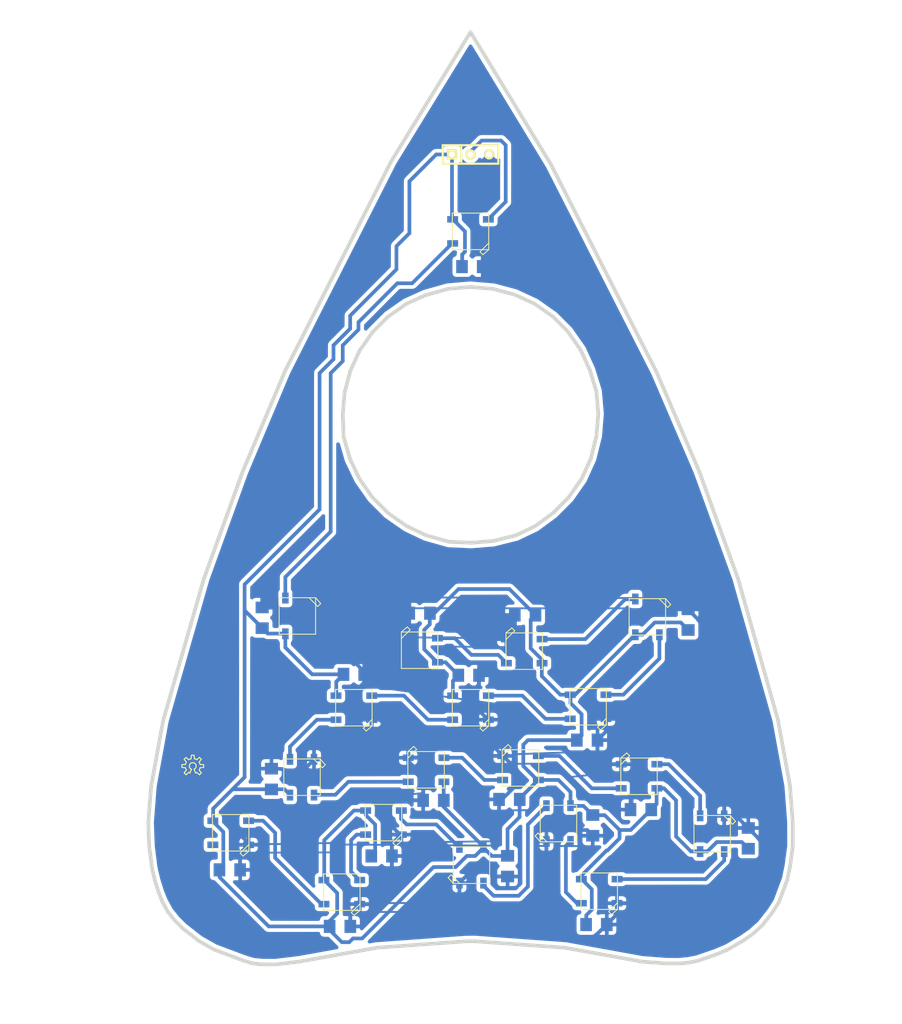
<source format=kicad_pcb>
(kicad_pcb (version 4) (host json2kicad_pcb "2021-05-04 13:10:14")
  (title_block (date "30 dec 2015"))
  (layers (0 B.Cu signal) (1 Inner1.Cu signal) (2 Inner2.Cu signal) (15 F.Cu signal) (20 B.SilkS user) (21 F.SilkS user) (22 B.Paste user) (23 F.Paste user) (28 Edge.Cuts user) (31 B.Cu signal) (34 B.Paste user) (35 F.Paste user) (36 B.SilkS user) (37 F.SilkS user) (38 B.Mask user) (39 F.Mask user) (44 Edge.Cuts user))
  (net 0 "")
  (net 1 "N-00001")
  (net 2 "N-00002")
  (net 3 "N-00003")
  (net 4 "N-00004")
  (net 5 "N-00005")
  (net 6 "N-00006")
  (net 7 "N-00007")
  (net 8 "N-00008")
  (net 9 "N-00009")
  (net 10 "N-00010")
  (net 11 "N-00011")
  (net 12 "N-00012")
  (net 13 "N-00013")
  (net 14 "N-00014")
  (net 15 "N-00015")
  (net 16 "N-00016")
  (net 17 "N-00017")
  (net 18 "N-00018")
  (net 19 "N-00019")
  (net 20 "N-00020")
  (net 21 "N-00021")
  (net 22 "N-00022")
  (net 23 "N-00023")
  (net 24 "N-00024")
  (net 25 "N-00025")
  (net 26 "N-00026")
  (net 27 "N-00027")
  (net 28 "N-00028")
  (net 29 "N-00029")
  (net 30 "N-00030")
  (net 31 "N-00031")
  (net 32 "N-00032")
  (net 33 "N-00033")
  (net 34 "N-00034")
  (net 35 "N-00035")
  (net 36 "N-00036")
  (net 37 "N-00037")
  (net 38 "N-00038")
  (net 39 "N-00039")
  (net 40 "N-00040")
  (net 41 "N-00041")
  (net 42 "N-00042")
  (net 43 "N-00043")
  (net 44 "N-00044")
  (net 45 "N-00045")
  (net 46 "N-00046")
  (net 47 "N-00047")
  (net 48 "N-00048")
  (net 49 "N-00049")
  (net 50 "N-00050")
  (net 51 "N-00051")
  (net 52 "N-00052")
  (net 53 "N-00053")
  (net 54 "N-00054")
  (net 55 "N-00055")
  (net 56 "N-00056")
  (net 57 "N-00057")
  (net 58 "N-00058")
  (net 59 "N-00059")
  (net 60 "N-00060")
  (net 61 "N-00061")
  (net 62 "N-00062")
  (net 63 "N-00063")
  (net 64 "N-00064")
  (net 65 "N-00065")
  (net 66 "N-00066")
  (net 67 "N-00067")
  (net 68 "N-00068")
  (net 69 "N-00069")
  (net 70 "N-00070")
  (net 71 "N-00071")
  (net 72 "N-00072")
  (net 73 "N-00073")
  (net 74 "N-00074")
  (net 75 "N-00075")
  (net 76 "N-00076")
  (net 77 "N-00077")
  (net 78 "N-00078")
  (net 79 "N-00079")
  (net 80 "N-00080")
  (net 81 "N-00081")
  (net 82 "N-00082")
  (net 83 "N-00083")
  (net 84 "N-00084")
  (net 85 "N-00085")
  (net 86 "N-00086")
  (net 87 "N-00087")
  (net 88 "N-00088")
  (net 89 "N-00089")
  (net 90 "N-00090")
  (net 91 "N-00091")
  (net 92 "N-00092")
  (net 93 "N-00093")
  (net 94 "N-00094")
  (net 95 "N-00095")
  (net 96 "N-00096")
  (net 97 "N-00097")
  (net 98 "N-00098")
  (net 99 "N-00099")
  (net 100 "N-00100")
  (net 101 "N-00101")
  (net 102 "N-00102")
  (net 103 "N-00103")
  (net 104 "N-00104")
  (net 105 "N-00105")
  (net 106 "N-00106")
  (net 107 "N-00107")
  (net 108 "N-00108")
  (net 109 "N-00109")
  (net 110 "N-00110")
  (net 111 "N-00111")
  (net 112 "N-00112")
  (net 113 "N-00113")
  (net 114 "N-00114")
  (net 115 "N-00115")
  (net 116 "N-00116")
  (net 117 "N-00117")
  (net 118 "N-00118")
  (net 119 "N-00119")
  (net 120 "N-00120")
  (net 121 "N-00121")
  (net 122 "N-00122")
  (net 123 "N-00123")
  (net 124 "N-00124")
  (net 125 "N-00125")
  (net 126 "N-00126")
  (net 127 "N-00127")
  (net 128 "N-00128")
  (net 129 "N-00129")
  (net 130 "N-00130")
  (net 131 "N-00131")
  (net 132 "N-00132")
  (net 133 "N-00133")
  (net 134 "N-00134")
  (net 135 "N-00135")
  (net 136 "N-00136")
  (net 137 "N-00137")
  (net 138 "N-00138")
  (net 139 "N-00139")
  (net 140 "N-00140")
  (net 141 "N-00141")
  (net 142 "N-00142")
  (net 143 "N-00143")
  (net 144 "N-00144")
  (net 145 "N-00145")
  (net 146 "N-00146")
  (net 147 "N-00147")
  (net 148 "N-00148")
  (net 149 "N-00149")
  (net 150 "N-00150")
  (net 151 "N-00151")
  (net 152 "N-00152")
  (net 153 "N-00153")
  (net 154 "N-00154")
  (net 155 "N-00155")
  (net 156 "N-00156")
  (net 157 "N-00157")
  (net 158 "N-00158")
  (net 201 "N-00201")
  (net 160 "N-00160")
  (net 161 "N-00161")
  (net 196 "N-00196")
  (net 192 "N-00192")
  (net 164 "N-00164")
  (net 165 "N-00165")
  (net 213 "N-00213")
  (net 202 "N-00202")
  (net 168 "N-00168")
  (net 231 "N-00231")
  (net 235 "N-00235")
  (net 212 "N-00212")
  (net 172 "N-00172")
  (net 232 "N-00232")
  (net 234 "N-00234")
  (net 197 "N-00197")
  (net 176 "N-00176")
  (net 238 "N-00238")
  (net 199 "N-00199")
  (net 193 "N-00193")
  (net 180 "N-00180")
  (net 237 "N-00237")
  (net 224 "N-00224")
  (net 236 "N-00236")
  (net 184 "N-00184")
  (net 233 "N-00233")
  (net 209 "N-00209")
  (net 200 "N-00200")
  (net 188 "N-00188")
  (net 239 "N-00239")
  (net 240 "N-00240")
  (net 241 "N-00241")
  (net 242 "N-00242")
  (net 243 "N-00243")
  (net 244 "N-00244")
  (net 245 "N-00245")
  (net 246 "N-00246")
  (net 247 "N-00247")
  (net 248 "N-00248")
  (net 249 "N-00249")
  (net 250 "N-00250")
  (net 251 "N-00251")
  (net 252 "N-00252")
  (net 253 "N-00253")
  (net 254 "N-00254")
  (net 315 "N-00315")
  (net 303 "N-00303")
  (net 290 "N-00290")
  (net 320 "N-00320")
  (net 302 "N-00302")
  (net 318 "N-00318")
  (net 317 "N-00317")
  (net 299 "N-00299")
  (net 294 "N-00294")
  (net 322 "N-00322")
  (net 316 "N-00316")
  (net 311 "N-00311")
  (module "SIL-3" (layer "F.Cu") (at -66.548 -79.248 0.00)
    (fp_text reference "SIL-3" (at -2.54 0.0 0.00) (layer F.SilkS) (effects (font (size 1.07696 0.0) (thickness 0.0))))
    (fp_text value "Val**" (at -2.54 0.0 0.00) (layer F.SilkS) (effects (font (size 1.016 0.0) (thickness 0.0))))
    (pad 1 thru_hole rect (at -2.54 0.0 0.00) (size 1.397 1.397) (drill 0.8128) (layers "B.Cu" "Inner1.Cu" "Inner2.Cu" "F.Cu" "F.SilkS" "B.Paste" "F.Paste") (net 155 N-00155))
    (pad 2 thru_hole circle (at 0.0 0.0 0.00) (size 1.397 1.397) (drill 0.8128) (layers "B.Cu" "Inner1.Cu" "Inner2.Cu" "F.Cu" "F.SilkS" "B.Paste" "F.Paste") (net 157 N-00157))
    (pad 3 thru_hole circle (at 2.54 0.0 0.00) (size 1.397 1.397) (drill 0.8128) (layers "B.Cu" "Inner1.Cu" "Inner2.Cu" "F.Cu" "F.SilkS" "B.Paste" "F.Paste") (net 158 N-00158))
  )
  (module "meowWS2812B" (layer "F.Cu") (at -82.55 -3.429 180.00)
    (fp_text reference "d_lmeye")
    (fp_text value "val**")
    (pad 1-VDD smd rect (at 2.44856 1.64846 0.00) (size 1.4986 0.89916) (drill 0.0) (layers "F.Cu" "F.Paste") (net 155 N-00155))
    (pad 2-DOUT smd rect (at 2.44856 -1.64846 0.00) (size 1.4986 0.89916) (drill 0.0) (layers "F.Cu" "F.Paste") (net 184 N-00184))
    (pad 4-DIN smd rect (at -2.44856 1.64846 0.00) (size 1.4986 0.89916) (drill 0.0) (layers "F.Cu" "F.Paste") (net 172 N-00172))
    (pad 3-GND smd rect (at -2.44856 -1.64846 0.00) (size 1.4986 0.89916) (drill 0.0) (layers "F.Cu" "F.Paste") (net 158 N-00158))
  )
  (module "meowWS2812B" (layer "F.Cu") (at -66.548 -68.707 -180.00)
    (fp_text reference "d_moon")
    (fp_text value "val**")
    (pad 1-VDD smd rect (at 2.44856 1.64846 0.00) (size 1.4986 0.89916) (drill 0.0) (layers "F.Cu" "F.Paste") (net 155 N-00155))
    (pad 2-DOUT smd rect (at 2.44856 -1.64846 0.00) (size 1.4986 0.89916) (drill 0.0) (layers "F.Cu" "F.Paste") (net 156 N-00156))
    (pad 4-DIN smd rect (at -2.44856 1.64846 0.00) (size 1.4986 0.89916) (drill 0.0) (layers "F.Cu" "F.Paste") (net 157 N-00157))
    (pad 3-GND smd rect (at -2.44856 -1.64846 0.00) (size 1.4986 0.89916) (drill 0.0) (layers "F.Cu" "F.Paste") (net 158 N-00158))
  )
  (module "meowWS2812B" (layer "F.Cu") (at -42.291 -15.875 -90.00)
    (fp_text reference "d_rstar")
    (fp_text value "val**")
    (pad 1-VDD smd rect (at 2.44856 1.64846 90.00) (size 1.4986 0.89916) (drill 0.0) (layers "F.Cu" "F.Paste") (net 155 N-00155))
    (pad 2-DOUT smd rect (at 2.44856 -1.64846 90.00) (size 1.4986 0.89916) (drill 0.0) (layers "F.Cu" "F.Paste") (net 160 N-00160))
    (pad 4-DIN smd rect (at -2.44856 1.64846 90.00) (size 1.4986 0.89916) (drill 0.0) (layers "F.Cu" "F.Paste") (net 161 N-00161))
    (pad 3-GND smd rect (at -2.44856 -1.64846 90.00) (size 1.4986 0.89916) (drill 0.0) (layers "F.Cu" "F.Paste") (net 158 N-00158))
  )
  (module "meowWS2812B" (layer "F.Cu") (at -43.434 5.969 0.00)
    (fp_text reference "d_rrtray")
    (fp_text value "val**")
    (pad 1-VDD smd rect (at 2.44856 1.64846 180.00) (size 1.4986 0.89916) (drill 0.0) (layers "F.Cu" "F.Paste") (net 155 N-00155))
    (pad 2-DOUT smd rect (at 2.44856 -1.64846 180.00) (size 1.4986 0.89916) (drill 0.0) (layers "F.Cu" "F.Paste") (net 164 N-00164))
    (pad 4-DIN smd rect (at -2.44856 1.64846 180.00) (size 1.4986 0.89916) (drill 0.0) (layers "F.Cu" "F.Paste") (net 165 N-00165))
    (pad 3-GND smd rect (at -2.44856 -1.64846 180.00) (size 1.4986 0.89916) (drill 0.0) (layers "F.Cu" "F.Paste") (net 158 N-00158))
  )
  (module "meowWS2812B" (layer "F.Cu") (at -50.419 -3.556 180.00)
    (fp_text reference "d_rmeye")
    (fp_text value "val**")
    (pad 1-VDD smd rect (at 2.44856 1.64846 0.00) (size 1.4986 0.89916) (drill 0.0) (layers "F.Cu" "F.Paste") (net 155 N-00155))
    (pad 2-DOUT smd rect (at 2.44856 -1.64846 0.00) (size 1.4986 0.89916) (drill 0.0) (layers "F.Cu" "F.Paste") (net 168 N-00168))
    (pad 4-DIN smd rect (at -2.44856 1.64846 0.00) (size 1.4986 0.89916) (drill 0.0) (layers "F.Cu" "F.Paste") (net 160 N-00160))
    (pad 3-GND smd rect (at -2.44856 -1.64846 0.00) (size 1.4986 0.89916) (drill 0.0) (layers "F.Cu" "F.Paste") (net 158 N-00158))
  )
  (module "meowWS2812B" (layer "F.Cu") (at -99.441 13.716 180.00)
    (fp_text reference "d_llbray")
    (fp_text value "val**")
    (pad 1-VDD smd rect (at 2.44856 1.64846 0.00) (size 1.4986 0.89916) (drill 0.0) (layers "F.Cu" "F.Paste") (net 155 N-00155))
    (pad 2-DOUT smd rect (at 2.44856 -1.64846 0.00) (size 1.4986 0.89916) (drill 0.0) (layers "F.Cu" "F.Paste") (net 212 N-00212))
    (pad 4-DIN smd rect (at -2.44856 1.64846 0.00) (size 1.4986 0.89916) (drill 0.0) (layers "F.Cu" "F.Paste") (net 213 N-00213))
    (pad 3-GND smd rect (at -2.44856 -1.64846 0.00) (size 1.4986 0.89916) (drill 0.0) (layers "F.Cu" "F.Paste") (net 158 N-00158))
  )
  (module "meowWS2812B" (layer "F.Cu") (at -66.548 -3.429 180.00)
    (fp_text reference "d_ceye")
    (fp_text value "val**")
    (pad 1-VDD smd rect (at 2.44856 1.64846 0.00) (size 1.4986 0.89916) (drill 0.0) (layers "F.Cu" "F.Paste") (net 155 N-00155))
    (pad 2-DOUT smd rect (at 2.44856 -1.64846 0.00) (size 1.4986 0.89916) (drill 0.0) (layers "F.Cu" "F.Paste") (net 172 N-00172))
    (pad 4-DIN smd rect (at -2.44856 1.64846 0.00) (size 1.4986 0.89916) (drill 0.0) (layers "F.Cu" "F.Paste") (net 168 N-00168))
    (pad 3-GND smd rect (at -2.44856 -1.64846 0.00) (size 1.4986 0.89916) (drill 0.0) (layers "F.Cu" "F.Paste") (net 158 N-00158))
  )
  (module "meowWS2812B" (layer "F.Cu") (at -59.69 4.826 0.00)
    (fp_text reference "d_rbeye")
    (fp_text value "val**")
    (pad 1-VDD smd rect (at 2.44856 1.64846 180.00) (size 1.4986 0.89916) (drill 0.0) (layers "F.Cu" "F.Paste") (net 155 N-00155))
    (pad 2-DOUT smd rect (at 2.44856 -1.64846 180.00) (size 1.4986 0.89916) (drill 0.0) (layers "F.Cu" "F.Paste") (net 165 N-00165))
    (pad 4-DIN smd rect (at -2.44856 1.64846 180.00) (size 1.4986 0.89916) (drill 0.0) (layers "F.Cu" "F.Paste") (net 209 N-00209))
    (pad 3-GND smd rect (at -2.44856 -1.64846 180.00) (size 1.4986 0.89916) (drill 0.0) (layers "F.Cu" "F.Paste") (net 158 N-00158))
  )
  (module "meowWS2812B" (layer "F.Cu") (at -66.421 18.161 90.00)
    (fp_text reference "d_cray")
    (fp_text value "val**")
    (pad 1-VDD smd rect (at 2.44856 1.64846 -90.00) (size 1.4986 0.89916) (drill 0.0) (layers "F.Cu" "F.Paste") (net 155 N-00155))
    (pad 2-DOUT smd rect (at 2.44856 -1.64846 -90.00) (size 1.4986 0.89916) (drill 0.0) (layers "F.Cu" "F.Paste") (net 193 N-00193))
    (pad 4-DIN smd rect (at -2.44856 1.64846 -90.00) (size 1.4986 0.89916) (drill 0.0) (layers "F.Cu" "F.Paste") (net 196 N-00196))
    (pad 3-GND smd rect (at -2.44856 -1.64846 -90.00) (size 1.4986 0.89916) (drill 0.0) (layers "F.Cu" "F.Paste") (net 158 N-00158))
  )
  (gr_line (start -97.79 -35.814) (end -91.948 -49.657) (angle 51566.20) (width 0.508) (layer Edge.Cuts))
  (module "meowWS2812B" (layer "F.Cu") (at -54.483 12.446 90.00)
    (fp_text reference "d_rtray")
    (fp_text value "val**")
    (pad 1-VDD smd rect (at 2.44856 1.64846 -90.00) (size 1.4986 0.89916) (drill 0.0) (layers "F.Cu" "F.Paste") (net 155 N-00155))
    (pad 2-DOUT smd rect (at 2.44856 -1.64846 -90.00) (size 1.4986 0.89916) (drill 0.0) (layers "F.Cu" "F.Paste") (net 196 N-00196))
    (pad 4-DIN smd rect (at -2.44856 1.64846 -90.00) (size 1.4986 0.89916) (drill 0.0) (layers "F.Cu" "F.Paste") (net 197 N-00197))
    (pad 3-GND smd rect (at -2.44856 -1.64846 -90.00) (size 1.4986 0.89916) (drill 0.0) (layers "F.Cu" "F.Paste") (net 158 N-00158))
  )
  (module "meowWS2812B" (layer "F.Cu") (at -78.486 12.319 180.00)
    (fp_text reference "d_ltray")
    (fp_text value "val**")
    (pad 1-VDD smd rect (at 2.44856 1.64846 0.00) (size 1.4986 0.89916) (drill 0.0) (layers "F.Cu" "F.Paste") (net 155 N-00155))
    (pad 2-DOUT smd rect (at 2.44856 -1.64846 0.00) (size 1.4986 0.89916) (drill 0.0) (layers "F.Cu" "F.Paste") (net 192 N-00192))
    (pad 4-DIN smd rect (at -2.44856 1.64846 0.00) (size 1.4986 0.89916) (drill 0.0) (layers "F.Cu" "F.Paste") (net 193 N-00193))
    (pad 3-GND smd rect (at -2.44856 -1.64846 0.00) (size 1.4986 0.89916) (drill 0.0) (layers "F.Cu" "F.Paste") (net 158 N-00158))
  )
  (module "meowWS2812B" (layer "F.Cu") (at -89.662 6.096 -90.00)
    (fp_text reference "d_lltray")
    (fp_text value "val**")
    (pad 1-VDD smd rect (at 2.44856 1.64846 90.00) (size 1.4986 0.89916) (drill 0.0) (layers "F.Cu" "F.Paste") (net 155 N-00155))
    (pad 2-DOUT smd rect (at 2.44856 -1.64846 90.00) (size 1.4986 0.89916) (drill 0.0) (layers "F.Cu" "F.Paste") (net 188 N-00188))
    (pad 4-DIN smd rect (at -2.44856 1.64846 90.00) (size 1.4986 0.89916) (drill 0.0) (layers "F.Cu" "F.Paste") (net 184 N-00184))
    (pad 3-GND smd rect (at -2.44856 -1.64846 90.00) (size 1.4986 0.89916) (drill 0.0) (layers "F.Cu" "F.Paste") (net 158 N-00158))
  )
  (module "meowWS2812B" (layer "F.Cu") (at -90.297 -16.002 -90.00)
    (fp_text reference "d_lstar")
    (fp_text value "val**")
    (pad 1-VDD smd rect (at 2.44856 1.64846 90.00) (size 1.4986 0.89916) (drill 0.0) (layers "F.Cu" "F.Paste") (net 155 N-00155))
    (pad 2-DOUT smd rect (at 2.44856 -1.64846 90.00) (size 1.4986 0.89916) (drill 0.0) (layers "F.Cu" "F.Paste") (net 180 N-00180))
    (pad 4-DIN smd rect (at -2.44856 1.64846 90.00) (size 1.4986 0.89916) (drill 0.0) (layers "F.Cu" "F.Paste") (net 156 N-00156))
    (pad 3-GND smd rect (at -2.44856 -1.64846 90.00) (size 1.4986 0.89916) (drill 0.0) (layers "F.Cu" "F.Paste") (net 158 N-00158))
  )
  (module "meowWS2812B" (layer "F.Cu") (at -33.401 13.843 -90.00)
    (fp_text reference "d_rrbray")
    (fp_text value "val**")
    (pad 1-VDD smd rect (at 2.44856 1.64846 90.00) (size 1.4986 0.89916) (drill 0.0) (layers "F.Cu" "F.Paste") (net 155 N-00155))
    (pad 2-DOUT smd rect (at 2.44856 -1.64846 90.00) (size 1.4986 0.89916) (drill 0.0) (layers "F.Cu" "F.Paste") (net 176 N-00176))
    (pad 4-DIN smd rect (at -2.44856 1.64846 90.00) (size 1.4986 0.89916) (drill 0.0) (layers "F.Cu" "F.Paste") (net 164 N-00164))
    (pad 3-GND smd rect (at -2.44856 -1.64846 90.00) (size 1.4986 0.89916) (drill 0.0) (layers "F.Cu" "F.Paste") (net 158 N-00158))
  )
  (module "meowWS2812B" (layer "F.Cu") (at -48.895 21.717 180.00)
    (fp_text reference "d_rbray")
    (fp_text value "val**")
    (pad 1-VDD smd rect (at 2.44856 1.64846 0.00) (size 1.4986 0.89916) (drill 0.0) (layers "F.Cu" "F.Paste") (net 155 N-00155))
    (pad 2-DOUT smd rect (at 2.44856 -1.64846 0.00) (size 1.4986 0.89916) (drill 0.0) (layers "F.Cu" "F.Paste") (net 197 N-00197))
    (pad 4-DIN smd rect (at -2.44856 1.64846 0.00) (size 1.4986 0.89916) (drill 0.0) (layers "F.Cu" "F.Paste") (net 176 N-00176))
    (pad 3-GND smd rect (at -2.44856 -1.64846 0.00) (size 1.4986 0.89916) (drill 0.0) (layers "F.Cu" "F.Paste") (net 158 N-00158))
  )
  (module "meowWS2812B" (layer "F.Cu") (at -84.201 21.844 180.00)
    (fp_text reference "d_lbray")
    (fp_text value "val**")
    (pad 1-VDD smd rect (at 2.44856 1.64846 0.00) (size 1.4986 0.89916) (drill 0.0) (layers "F.Cu" "F.Paste") (net 155 N-00155))
    (pad 2-DOUT smd rect (at 2.44856 -1.64846 0.00) (size 1.4986 0.89916) (drill 0.0) (layers "F.Cu" "F.Paste") (net 213 N-00213))
    (pad 4-DIN smd rect (at -2.44856 1.64846 0.00) (size 1.4986 0.89916) (drill 0.0) (layers "F.Cu" "F.Paste") (net 192 N-00192))
    (pad 3-GND smd rect (at -2.44856 -1.64846 0.00) (size 1.4986 0.89916) (drill 0.0) (layers "F.Cu" "F.Paste") (net 158 N-00158))
  )
  (gr_line (start -83.947 -40.513) (end -84.074 -43.561) (angle 51566.20) (width 0.508) (layer Edge.Cuts))
  (gr_line (start -83.058 -37.465) (end -83.947 -40.513) (angle 51566.20) (width 0.508) (layer Edge.Cuts))
  (gr_line (start -81.788 -34.798) (end -83.058 -37.465) (angle 51566.20) (width 0.508) (layer Edge.Cuts))
  (gr_line (start -80.01 -32.258) (end -81.788 -34.798) (angle 51566.20) (width 0.508) (layer Edge.Cuts))
  (gr_line (start -77.851 -30.099) (end -80.01 -32.258) (angle 51566.20) (width 0.508) (layer Edge.Cuts))
  (gr_line (start -75.311 -28.321) (end -77.851 -30.099) (angle 51566.20) (width 0.508) (layer Edge.Cuts))
  (gr_line (start -72.644 -27.051) (end -75.311 -28.321) (angle 51566.20) (width 0.508) (layer Edge.Cuts))
  (gr_line (start -69.469 -26.162) (end -72.644 -27.051) (angle 51566.20) (width 0.508) (layer Edge.Cuts))
  (gr_line (start -66.421 -26.035) (end -69.469 -26.162) (angle 51566.20) (width 0.508) (layer Edge.Cuts))
  (gr_line (start -63.373 -26.289) (end -66.421 -26.035) (angle 51566.20) (width 0.508) (layer Edge.Cuts))
  (gr_line (start -60.325 -27.051) (end -63.373 -26.289) (angle 51566.20) (width 0.508) (layer Edge.Cuts))
  (gr_line (start -57.658 -28.321) (end -60.325 -27.051) (angle 51566.20) (width 0.508) (layer Edge.Cuts))
  (gr_line (start -55.245 -30.099) (end -57.658 -28.321) (angle 51566.20) (width 0.508) (layer Edge.Cuts))
  (gr_line (start -53.086 -32.258) (end -55.245 -30.099) (angle 51566.20) (width 0.508) (layer Edge.Cuts))
  (gr_line (start -51.308 -34.798) (end -53.086 -32.258) (angle 51566.20) (width 0.508) (layer Edge.Cuts))
  (gr_line (start -50.038 -37.592) (end -51.308 -34.798) (angle 51566.20) (width 0.508) (layer Edge.Cuts))
  (gr_line (start -49.276 -40.64) (end -50.038 -37.592) (angle 51566.20) (width 0.508) (layer Edge.Cuts))
  (gr_line (start -49.022 -43.688) (end -49.276 -40.64) (angle 51566.20) (width 0.508) (layer Edge.Cuts))
  (gr_line (start -49.276 -46.736) (end -49.022 -43.688) (angle 51566.20) (width 0.508) (layer Edge.Cuts))
  (gr_line (start -50.165 -49.657) (end -49.276 -46.736) (angle 51566.20) (width 0.508) (layer Edge.Cuts))
  (gr_line (start -51.435 -52.451) (end -50.165 -49.657) (angle 51566.20) (width 0.508) (layer Edge.Cuts))
  (gr_line (start -53.213 -54.991) (end -51.435 -52.451) (angle 51566.20) (width 0.508) (layer Edge.Cuts))
  (gr_line (start -55.245 -57.023) (end -53.213 -54.991) (angle 51566.20) (width 0.508) (layer Edge.Cuts))
  (gr_line (start -57.785 -58.801) (end -55.245 -57.023) (angle 51566.20) (width 0.508) (layer Edge.Cuts))
  (gr_line (start -60.579 -60.071) (end -57.785 -58.801) (angle 51566.20) (width 0.508) (layer Edge.Cuts))
  (gr_line (start -63.5 -60.833) (end -60.579 -60.071) (angle 51566.20) (width 0.508) (layer Edge.Cuts))
  (module "meowWS2812B" (layer "F.Cu") (at -59.182 -11.176 0.00)
    (fp_text reference "d_rteye")
    (fp_text value "val**")
    (pad 1-VDD smd rect (at 2.44856 1.64846 180.00) (size 1.4986 0.89916) (drill 0.0) (layers "F.Cu" "F.Paste") (net 155 N-00155))
    (pad 2-DOUT smd rect (at 2.44856 -1.64846 180.00) (size 1.4986 0.89916) (drill 0.0) (layers "F.Cu" "F.Paste") (net 161 N-00161))
    (pad 4-DIN smd rect (at -2.44856 1.64846 180.00) (size 1.4986 0.89916) (drill 0.0) (layers "F.Cu" "F.Paste") (net 224 N-00224))
    (pad 3-GND smd rect (at -2.44856 -1.64846 180.00) (size 1.4986 0.89916) (drill 0.0) (layers "F.Cu" "F.Paste") (net 158 N-00158))
  )
  (module "meowWS2812B" (layer "F.Cu") (at -72.644 5.08 0.00)
    (fp_text reference "d_lbeye")
    (fp_text value "val**")
    (pad 1-VDD smd rect (at 2.44856 1.64846 180.00) (size 1.4986 0.89916) (drill 0.0) (layers "F.Cu" "F.Paste") (net 155 N-00155))
    (pad 2-DOUT smd rect (at 2.44856 -1.64846 180.00) (size 1.4986 0.89916) (drill 0.0) (layers "F.Cu" "F.Paste") (net 209 N-00209))
    (pad 4-DIN smd rect (at -2.44856 1.64846 180.00) (size 1.4986 0.89916) (drill 0.0) (layers "F.Cu" "F.Paste") (net 188 N-00188))
    (pad 3-GND smd rect (at -2.44856 -1.64846 180.00) (size 1.4986 0.89916) (drill 0.0) (layers "F.Cu" "F.Paste") (net 158 N-00158))
  )
  (segment (start -67.31 -68.707) (end -68.961 -70.358) (width 0.508) (layer F.Cu) (net 155))
  (gr_line (start -84.074 -43.561) (end -83.82 -46.609) (angle 51566.20) (width 0.508) (layer Edge.Cuts))
  (gr_line (start -83.82 -46.609) (end -83.058 -49.53) (angle 51566.20) (width 0.508) (layer Edge.Cuts))
  (gr_line (start -83.058 -49.53) (end -81.788 -52.324) (angle 51566.20) (width 0.508) (layer Edge.Cuts))
  (gr_line (start -81.788 -52.324) (end -80.01 -54.864) (angle 51566.20) (width 0.508) (layer Edge.Cuts))
  (gr_line (start -80.01 -54.864) (end -77.851 -57.023) (angle 51566.20) (width 0.508) (layer Edge.Cuts))
  (gr_line (start -77.851 -57.023) (end -75.311 -58.801) (angle 51566.20) (width 0.508) (layer Edge.Cuts))
  (gr_line (start -75.311 -58.801) (end -72.771 -59.944) (angle 51566.20) (width 0.508) (layer Edge.Cuts))
  (gr_line (start -72.771 -59.944) (end -69.596 -60.833) (angle 51566.20) (width 0.508) (layer Edge.Cuts))
  (gr_line (start -69.596 -60.833) (end -66.548 -61.087) (angle 51566.20) (width 0.508) (layer Edge.Cuts))
  (gr_line (start -66.548 -61.087) (end -63.5 -60.833) (angle 51566.20) (width 0.508) (layer Edge.Cuts))
  (gr_line (start -91.948 -49.657) (end -77.47 -78.232) (angle 51566.20) (width 0.508) (layer Edge.Cuts))
  (gr_line (start -77.47 -78.232) (end -66.548 -96.012) (angle 51566.20) (width 0.508) (layer Edge.Cuts))
  (gr_line (start -66.548 -96.012) (end -55.499 -77.851) (angle 51566.20) (width 0.508) (layer Edge.Cuts))
  (gr_line (start -55.499 -77.851) (end -41.021 -49.403) (angle 51566.20) (width 0.508) (layer Edge.Cuts))
  (gr_line (start -41.021 -49.403) (end -35.179 -35.814) (angle 51566.20) (width 0.508) (layer Edge.Cuts))
  (gr_line (start -35.179 -35.814) (end -29.845 -21.082) (angle 51566.20) (width 0.508) (layer Edge.Cuts))
  (gr_line (start -29.845 -21.082) (end -24.384 -1.778) (angle 51566.20) (width 0.508) (layer Edge.Cuts))
  (gr_line (start -24.384 -1.778) (end -22.733 7.239) (angle 51566.20) (width 0.508) (layer Edge.Cuts))
  (gr_line (start -22.733 7.239) (end -22.352 12.319) (angle 51566.20) (width 0.508) (layer Edge.Cuts))
  (gr_line (start -22.352 12.319) (end -22.352 15.621) (angle 51566.20) (width 0.508) (layer Edge.Cuts))
  (gr_line (start -22.352 15.621) (end -22.733 18.415) (angle 51566.20) (width 0.508) (layer Edge.Cuts))
  (gr_line (start -22.733 18.415) (end -23.114 20.193) (angle 51566.20) (width 0.508) (layer Edge.Cuts))
  (gr_line (start -23.114 20.193) (end -24.257 23.241) (angle 51566.20) (width 0.508) (layer Edge.Cuts))
  (gr_line (start -24.257 23.241) (end -25.146 24.638) (angle 51566.20) (width 0.508) (layer Edge.Cuts))
  (gr_line (start -25.146 24.638) (end -26.543 26.416) (angle 51566.20) (width 0.508) (layer Edge.Cuts))
  (gr_line (start -26.543 26.416) (end -27.813 27.559) (angle 51566.20) (width 0.508) (layer Edge.Cuts))
  (gr_line (start -27.813 27.559) (end -29.083 28.448) (angle 51566.20) (width 0.508) (layer Edge.Cuts))
  (gr_line (start -29.083 28.448) (end -31.242 29.718) (angle 51566.20) (width 0.508) (layer Edge.Cuts))
  (gr_line (start -31.242 29.718) (end -32.766 30.353) (angle 51566.20) (width 0.508) (layer Edge.Cuts))
  (gr_line (start -32.766 30.353) (end -35.306 31.242) (angle 51566.20) (width 0.508) (layer Edge.Cuts))
  (gr_line (start -35.306 31.242) (end -36.576 31.496) (angle 51566.20) (width 0.508) (layer Edge.Cuts))
  (gr_line (start -36.576 31.496) (end -37.846 31.623) (angle 51566.20) (width 0.508) (layer Edge.Cuts))
  (gr_line (start -37.846 31.623) (end -39.751 31.623) (angle 51566.20) (width 0.508) (layer Edge.Cuts))
  (gr_line (start -39.751 31.623) (end -43.053 31.369) (angle 51566.20) (width 0.508) (layer Edge.Cuts))
  (gr_line (start -43.053 31.369) (end -53.594 29.464) (angle 51566.20) (width 0.508) (layer Edge.Cuts))
  (gr_line (start -53.594 29.464) (end -66.04 28.575) (angle 51566.20) (width 0.508) (layer Edge.Cuts))
  (gr_line (start -66.04 28.575) (end -67.056 28.575) (angle 51566.20) (width 0.508) (layer Edge.Cuts))
  (gr_line (start -67.056 28.575) (end -79.375 29.464) (angle 51566.20) (width 0.508) (layer Edge.Cuts))
  (gr_line (start -79.375 29.464) (end -90.043 31.369) (angle 51566.20) (width 0.508) (layer Edge.Cuts))
  (gr_line (start -90.043 31.369) (end -93.218 31.75) (angle 51566.20) (width 0.508) (layer Edge.Cuts))
  (gr_line (start -93.218 31.75) (end -95.123 31.75) (angle 51566.20) (width 0.508) (layer Edge.Cuts))
  (gr_line (start -95.123 31.75) (end -96.393 31.623) (angle 51566.20) (width 0.508) (layer Edge.Cuts))
  (gr_line (start -96.393 31.623) (end -97.663 31.242) (angle 51566.20) (width 0.508) (layer Edge.Cuts))
  (gr_line (start -97.663 31.242) (end -101.727 29.718) (angle 51566.20) (width 0.508) (layer Edge.Cuts))
  (gr_line (start -101.727 29.718) (end -103.759 28.575) (angle 51566.20) (width 0.508) (layer Edge.Cuts))
  (gr_line (start -103.759 28.575) (end -106.045 26.797) (angle 51566.20) (width 0.508) (layer Edge.Cuts))
  (gr_line (start -106.045 26.797) (end -107.188 25.654) (angle 51566.20) (width 0.508) (layer Edge.Cuts))
  (gr_line (start -107.188 25.654) (end -108.077 24.511) (angle 51566.20) (width 0.508) (layer Edge.Cuts))
  (gr_line (start -108.077 24.511) (end -108.839 23.114) (angle 51566.20) (width 0.508) (layer Edge.Cuts))
  (gr_line (start -108.839 23.114) (end -109.347 21.844) (angle 51566.20) (width 0.508) (layer Edge.Cuts))
  (gr_line (start -109.347 21.844) (end -109.855 20.193) (angle 51566.20) (width 0.508) (layer Edge.Cuts))
  (gr_line (start -109.855 20.193) (end -110.236 18.542) (angle 51566.20) (width 0.508) (layer Edge.Cuts))
  (gr_line (start -110.236 18.542) (end -110.617 15.621) (angle 51566.20) (width 0.508) (layer Edge.Cuts))
  (gr_line (start -110.617 15.621) (end -110.744 12.319) (angle 51566.20) (width 0.508) (layer Edge.Cuts))
  (gr_line (start -110.744 12.319) (end -110.363 7.366) (angle 51566.20) (width 0.508) (layer Edge.Cuts))
  (gr_line (start -110.363 7.366) (end -108.712 -1.651) (angle 51566.20) (width 0.508) (layer Edge.Cuts))
  (gr_line (start -108.712 -1.651) (end -103.124 -21.082) (angle 51566.20) (width 0.508) (layer Edge.Cuts))
  (gr_line (start -103.124 -21.082) (end -97.79 -35.814) (angle 51566.20) (width 0.508) (layer Edge.Cuts))
  (module "meowWS2812B" (layer "F.Cu") (at -73.533 -11.303 0.00)
    (fp_text reference "d_lteye")
    (fp_text value "val**")
    (pad 1-VDD smd rect (at 2.44856 1.64846 180.00) (size 1.4986 0.89916) (drill 0.0) (layers "F.Cu" "F.Paste") (net 155 N-00155))
    (pad 2-DOUT smd rect (at 2.44856 -1.64846 180.00) (size 1.4986 0.89916) (drill 0.0) (layers "F.Cu" "F.Paste") (net 224 N-00224))
    (pad 4-DIN smd rect (at -2.44856 1.64846 180.00) (size 1.4986 0.89916) (drill 0.0) (layers "F.Cu" "F.Paste") (net 180 N-00180))
    (pad 3-GND smd rect (at -2.44856 -1.64846 180.00) (size 1.4986 0.89916) (drill 0.0) (layers "F.Cu" "F.Paste") (net 158 N-00158))
  )
  (module "OSHW-LOGO-S" (layer "F.Cu") (at -104.648 4.572 0.00)
    (fp_text reference "ref**")
    (fp_text value "val**")
  )
  (segment (start -90.297 -12.446) (end -90.297 -16.764) (width 0.508) (layer F.Cu) (net 158))
  (segment (start -80.137 -1.778) (end -80.137 -1.651) (width 0.508) (layer F.Cu) (net 158))
  (module "C1206" (layer "F.Cu") (at -66.294 -63.881 0.00)
    (fp_text reference "c_moon")
    (fp_text value "C")
    (pad 2 smd rect (at 1.41986 0.0 0.00) (size 1.59766 1.80086) (drill 0.0) (layers "F.Cu" "F.Paste") (net 158 N-00158))
    (pad 1 smd rect (at -1.41986 0.0 0.00) (size 1.59766 1.80086) (drill 0.0) (layers "F.Cu" "F.Paste") (net 155 N-00155))
  )
  (module "C1206" (layer "F.Cu") (at -95.123 -15.748 90.00)
    (fp_text reference "c_lstar")
    (fp_text value "C")
    (pad 2 smd rect (at 1.41986 0.0 90.00) (size 1.59766 1.80086) (drill 0.0) (layers "F.Cu" "F.Paste") (net 158 N-00158))
    (pad 1 smd rect (at -1.41986 0.0 90.00) (size 1.59766 1.80086) (drill 0.0) (layers "F.Cu" "F.Paste") (net 155 N-00155))
  )
  (module "C1206" (layer "F.Cu") (at -73.533 -16.383 -180.00)
    (fp_text reference "c_lteye")
    (fp_text value "C")
    (pad 2 smd rect (at 1.41986 0.0 -180.00) (size 1.59766 1.80086) (drill 0.0) (layers "F.Cu" "F.Paste") (net 158 N-00158))
    (pad 1 smd rect (at -1.41986 0.0 -180.00) (size 1.59766 1.80086) (drill 0.0) (layers "F.Cu" "F.Paste") (net 155 N-00155))
  )
  (module "C1206" (layer "F.Cu") (at -59.055 -16.129 -180.00)
    (fp_text reference "c_rteye")
    (fp_text value "C")
    (pad 2 smd rect (at 1.41986 0.0 -180.00) (size 1.59766 1.80086) (drill 0.0) (layers "F.Cu" "F.Paste") (net 158 N-00158))
    (pad 1 smd rect (at -1.41986 0.0 -180.00) (size 1.59766 1.80086) (drill 0.0) (layers "F.Cu" "F.Paste") (net 155 N-00155))
  )
  (module "C1206" (layer "F.Cu") (at -36.703 -15.494 90.00)
    (fp_text reference "c_rstar")
    (fp_text value "C")
    (pad 2 smd rect (at 1.41986 0.0 90.00) (size 1.59766 1.80086) (drill 0.0) (layers "F.Cu" "F.Paste") (net 158 N-00158))
    (pad 1 smd rect (at -1.41986 0.0 90.00) (size 1.59766 1.80086) (drill 0.0) (layers "F.Cu" "F.Paste") (net 155 N-00155))
  )
  (module "C1206" (layer "F.Cu") (at -82.55 -8.001 0.00)
    (fp_text reference "c_lmeye")
    (fp_text value "C")
    (pad 2 smd rect (at 1.41986 0.0 0.00) (size 1.59766 1.80086) (drill 0.0) (layers "F.Cu" "F.Paste") (net 158 N-00158))
    (pad 1 smd rect (at -1.41986 0.0 0.00) (size 1.59766 1.80086) (drill 0.0) (layers "F.Cu" "F.Paste") (net 155 N-00155))
  )
  (module "C1206" (layer "F.Cu") (at -66.802 -7.874 0.00)
    (fp_text reference "c_ceye")
    (fp_text value "C")
    (pad 2 smd rect (at 1.41986 0.0 0.00) (size 1.59766 1.80086) (drill 0.0) (layers "F.Cu" "F.Paste") (net 158 N-00158))
    (pad 1 smd rect (at -1.41986 0.0 0.00) (size 1.59766 1.80086) (drill 0.0) (layers "F.Cu" "F.Paste") (net 155 N-00155))
  )
  (module "C1206" (layer "F.Cu") (at -50.546 1.016 0.00)
    (fp_text reference "c_rmeye")
    (fp_text value "C")
    (pad 2 smd rect (at 1.41986 0.0 0.00) (size 1.59766 1.80086) (drill 0.0) (layers "F.Cu" "F.Paste") (net 158 N-00158))
    (pad 1 smd rect (at -1.41986 0.0 0.00) (size 1.59766 1.80086) (drill 0.0) (layers "F.Cu" "F.Paste") (net 155 N-00155))
  )
  (module "C1206" (layer "F.Cu") (at -93.853 6.35 90.00)
    (fp_text reference "c_lltray")
    (fp_text value "C")
    (pad 2 smd rect (at 1.41986 0.0 90.00) (size 1.59766 1.80086) (drill 0.0) (layers "F.Cu" "F.Paste") (net 158 N-00158))
    (pad 1 smd rect (at -1.41986 0.0 90.00) (size 1.59766 1.80086) (drill 0.0) (layers "F.Cu" "F.Paste") (net 155 N-00155))
  )
  (module "C1206" (layer "F.Cu") (at -71.628 9.271 -180.00)
    (fp_text reference "c_lbeye")
    (fp_text value "C")
    (pad 2 smd rect (at 1.41986 0.0 -180.00) (size 1.59766 1.80086) (drill 0.0) (layers "F.Cu" "F.Paste") (net 158 N-00158))
    (pad 1 smd rect (at -1.41986 0.0 -180.00) (size 1.59766 1.80086) (drill 0.0) (layers "F.Cu" "F.Paste") (net 155 N-00155))
  )
  (module "C1206" (layer "F.Cu") (at -61.214 9.144 -180.00)
    (fp_text reference "c_rbeye")
    (fp_text value "C")
    (pad 2 smd rect (at 1.41986 0.0 -180.00) (size 1.59766 1.80086) (drill 0.0) (layers "F.Cu" "F.Paste") (net 158 N-00158))
    (pad 1 smd rect (at -1.41986 0.0 -180.00) (size 1.59766 1.80086) (drill 0.0) (layers "F.Cu" "F.Paste") (net 155 N-00155))
  )
  (module "C1206" (layer "F.Cu") (at -43.18 10.541 -180.00)
    (fp_text reference "c_rrtray")
    (fp_text value "C")
    (pad 2 smd rect (at 1.41986 0.0 -180.00) (size 1.59766 1.80086) (drill 0.0) (layers "F.Cu" "F.Paste") (net 158 N-00158))
    (pad 1 smd rect (at -1.41986 0.0 -180.00) (size 1.59766 1.80086) (drill 0.0) (layers "F.Cu" "F.Paste") (net 155 N-00155))
  )
  (module "C1206" (layer "F.Cu") (at -49.276 26.289 0.00)
    (fp_text reference "c_rrbray")
    (fp_text value "C")
    (pad 2 smd rect (at 1.41986 0.0 0.00) (size 1.59766 1.80086) (drill 0.0) (layers "F.Cu" "F.Paste") (net 158 N-00158))
    (pad 1 smd rect (at -1.41986 0.0 0.00) (size 1.59766 1.80086) (drill 0.0) (layers "F.Cu" "F.Paste") (net 155 N-00155))
  )
  (module "C1206" (layer "F.Cu") (at -28.448 14.478 90.00)
    (fp_text reference "c_rbray")
    (fp_text value "C")
    (pad 2 smd rect (at 1.41986 0.0 90.00) (size 1.59766 1.80086) (drill 0.0) (layers "F.Cu" "F.Paste") (net 158 N-00158))
    (pad 1 smd rect (at -1.41986 0.0 90.00) (size 1.59766 1.80086) (drill 0.0) (layers "F.Cu" "F.Paste") (net 155 N-00155))
  )
  (module "C1206" (layer "F.Cu") (at -49.784 12.7 -90.00)
    (fp_text reference "c_rtray")
    (fp_text value "C")
    (pad 2 smd rect (at 1.41986 0.0 -90.00) (size 1.59766 1.80086) (drill 0.0) (layers "F.Cu" "F.Paste") (net 158 N-00158))
    (pad 1 smd rect (at -1.41986 0.0 -90.00) (size 1.59766 1.80086) (drill 0.0) (layers "F.Cu" "F.Paste") (net 155 N-00155))
  )
  (module "C1206" (layer "F.Cu") (at -61.468 18.288 -90.00)
    (fp_text reference "c_cray")
    (fp_text value "C")
    (pad 2 smd rect (at 1.41986 0.0 -90.00) (size 1.59766 1.80086) (drill 0.0) (layers "F.Cu" "F.Paste") (net 158 N-00158))
    (pad 1 smd rect (at -1.41986 0.0 -90.00) (size 1.59766 1.80086) (drill 0.0) (layers "F.Cu" "F.Paste") (net 155 N-00155))
  )
  (module "C1206" (layer "F.Cu") (at -78.74 16.891 0.00)
    (fp_text reference "c_ltray")
    (fp_text value "C")
    (pad 2 smd rect (at 1.41986 0.0 0.00) (size 1.59766 1.80086) (drill 0.0) (layers "F.Cu" "F.Paste") (net 158 N-00158))
    (pad 1 smd rect (at -1.41986 0.0 0.00) (size 1.59766 1.80086) (drill 0.0) (layers "F.Cu" "F.Paste") (net 155 N-00155))
  )
  (module "C1206" (layer "F.Cu") (at -84.455 26.543 0.00)
    (fp_text reference "c_lbray")
    (fp_text value "C")
    (pad 2 smd rect (at 1.41986 0.0 0.00) (size 1.59766 1.80086) (drill 0.0) (layers "F.Cu" "F.Paste") (net 158 N-00158))
    (pad 1 smd rect (at -1.41986 0.0 0.00) (size 1.59766 1.80086) (drill 0.0) (layers "F.Cu" "F.Paste") (net 155 N-00155))
  )
  (module "C1206" (layer "F.Cu") (at -99.568 18.796 0.00)
    (fp_text reference "c_llbray")
    (fp_text value "C")
    (pad 2 smd rect (at 1.41986 0.0 0.00) (size 1.59766 1.80086) (drill 0.0) (layers "F.Cu" "F.Paste") (net 158 N-00158))
    (pad 1 smd rect (at -1.41986 0.0 0.00) (size 1.59766 1.80086) (drill 0.0) (layers "F.Cu" "F.Paste") (net 155 N-00155))
  )
  (segment (start -101.854 12.065) (end -101.854 12.192) (width 0.508) (layer F.Cu) (net 155))
  (segment (start -101.854 12.192) (end -100.457 13.589) (width 0.508) (layer F.Cu) (net 155))
  (segment (start -100.457 13.589) (end -100.457 18.288) (width 0.508) (layer F.Cu) (net 155))
  (segment (start -100.457 18.288) (end -100.965 18.796) (width 0.508) (layer F.Cu) (net 155))
  (segment (start -98.171 18.796) (end -98.171 16.51) (width 0.508) (layer F.Cu) (net 158))
  (segment (start -98.171 16.51) (end -97.028 15.367) (width 0.508) (layer F.Cu) (net 158))
  (segment (start -93.853 4.953) (end -92.456 4.953) (width 0.508) (layer F.Cu) (net 158))
  (segment (start -92.456 4.953) (end -91.948 5.461) (width 0.508) (layer F.Cu) (net 158))
  (segment (start -91.948 5.461) (end -89.789 5.461) (width 0.508) (layer F.Cu) (net 158))
  (segment (start -89.789 5.461) (end -88.011 3.683) (width 0.508) (layer F.Cu) (net 158))
  (segment (start -93.853 7.747) (end -92.075 7.747) (width 0.508) (layer F.Cu) (net 155))
  (segment (start -92.075 7.747) (end -91.313 8.509) (width 0.508) (layer F.Cu) (net 155))
  (segment (start -80.899 10.668) (end -80.899 11.303) (width 0.508) (layer F.Cu) (net 155))
  (segment (start -80.899 11.303) (end -79.629 12.573) (width 0.508) (layer F.Cu) (net 155))
  (segment (start -79.629 12.573) (end -79.629 16.383) (width 0.508) (layer F.Cu) (net 155))
  (segment (start -79.629 16.383) (end -80.137 16.891) (width 0.508) (layer F.Cu) (net 155))
  (segment (start -77.343 16.891) (end -77.343 15.24) (width 0.508) (layer F.Cu) (net 158))
  (segment (start -77.343 15.24) (end -76.073 13.97) (width 0.508) (layer F.Cu) (net 158))
  (segment (start -83.058 26.543) (end -83.058 24.765) (width 0.508) (layer F.Cu) (net 158))
  (segment (start -83.058 24.765) (end -81.788 23.495) (width 0.508) (layer F.Cu) (net 158))
  (segment (start -85.852 26.543) (end -85.852 25.781) (width 0.508) (layer F.Cu) (net 155))
  (segment (start -85.852 25.781) (end -84.836 24.765) (width 0.508) (layer F.Cu) (net 155))
  (segment (start -84.836 24.765) (end -84.836 21.971) (width 0.508) (layer F.Cu) (net 155))
  (segment (start -84.836 21.971) (end -86.614 20.193) (width 0.508) (layer F.Cu) (net 155))
  (segment (start -61.468 16.891) (end -63.627 16.891) (width 0.508) (layer F.Cu) (net 155))
  (segment (start -63.627 16.891) (end -64.77 15.748) (width 0.508) (layer F.Cu) (net 155))
  (segment (start -61.468 19.685) (end -63.246 19.685) (width 0.508) (layer F.Cu) (net 158))
  (segment (start -63.246 19.685) (end -64.008 18.923) (width 0.508) (layer F.Cu) (net 158))
  (segment (start -64.008 18.923) (end -66.421 18.923) (width 0.508) (layer F.Cu) (net 158))
  (segment (start -66.421 18.923) (end -68.072 20.574) (width 0.508) (layer F.Cu) (net 158))
  (segment (start -50.673 26.289) (end -50.673 25.019) (width 0.508) (layer F.Cu) (net 155))
  (segment (start -50.673 25.019) (end -49.911 24.257) (width 0.508) (layer F.Cu) (net 155))
  (segment (start -49.911 24.257) (end -49.911 21.463) (width 0.508) (layer F.Cu) (net 155))
  (segment (start -49.911 21.463) (end -51.308 20.066) (width 0.508) (layer F.Cu) (net 155))
  (segment (start -46.482 23.368) (end -46.482 24.892) (width 0.508) (layer F.Cu) (net 158))
  (segment (start -46.482 24.892) (end -47.879 26.289) (width 0.508) (layer F.Cu) (net 158))
  (segment (start -31.75 11.43) (end -30.099 11.43) (width 0.508) (layer F.Cu) (net 158))
  (segment (start -30.099 11.43) (end -28.448 13.081) (width 0.508) (layer F.Cu) (net 158))
  (segment (start -35.052 16.256) (end -34.036 16.256) (width 0.508) (layer F.Cu) (net 155))
  (segment (start -34.036 16.256) (end -32.766 14.986) (width 0.508) (layer F.Cu) (net 155))
  (segment (start -32.766 14.986) (end -29.337 14.986) (width 0.508) (layer F.Cu) (net 155))
  (segment (start -29.337 14.986) (end -28.448 15.875) (width 0.508) (layer F.Cu) (net 155))
  (segment (start -41.021 7.62) (end -41.021 9.779) (width 0.508) (layer F.Cu) (net 155))
  (segment (start -41.021 9.779) (end -41.783 10.541) (width 0.508) (layer F.Cu) (net 155))
  (segment (start -45.847 4.318) (end -45.847 5.334) (width 0.508) (layer F.Cu) (net 158))
  (segment (start -45.847 5.334) (end -44.45 6.731) (width 0.508) (layer F.Cu) (net 158))
  (segment (start -44.45 6.731) (end -44.45 10.414) (width 0.508) (layer F.Cu) (net 158))
  (segment (start -44.45 10.414) (end -44.577 10.541) (width 0.508) (layer F.Cu) (net 158))
  (segment (start -52.832 10.033) (end -51.054 10.033) (width 0.508) (layer F.Cu) (net 155))
  (segment (start -51.054 10.033) (end -49.784 11.303) (width 0.508) (layer F.Cu) (net 155))
  (segment (start -56.134 14.859) (end -54.737 14.859) (width 0.508) (layer F.Cu) (net 158))
  (segment (start -54.737 14.859) (end -53.213 13.335) (width 0.508) (layer F.Cu) (net 158))
  (segment (start -53.213 13.335) (end -50.546 13.335) (width 0.508) (layer F.Cu) (net 158))
  (segment (start -50.546 13.335) (end -49.784 14.097) (width 0.508) (layer F.Cu) (net 158))
  (segment (start -59.817 9.144) (end -59.817 9.017) (width 0.508) (layer F.Cu) (net 155))
  (segment (start -59.817 9.017) (end -57.277 6.477) (width 0.508) (layer F.Cu) (net 155))
  (segment (start -62.611 9.144) (end -62.23 9.144) (width 0.508) (layer F.Cu) (net 158))
  (segment (start -62.23 9.144) (end -60.706 7.62) (width 0.508) (layer F.Cu) (net 158))
  (segment (start -60.706 7.62) (end -60.706 4.572) (width 0.508) (layer F.Cu) (net 158))
  (segment (start -60.706 4.572) (end -62.103 3.175) (width 0.508) (layer F.Cu) (net 158))
  (segment (start -70.231 9.271) (end -70.231 6.731) (width 0.508) (layer F.Cu) (net 155))
  (segment (start -75.057 3.429) (end -75.057 3.937) (width 0.508) (layer F.Cu) (net 158))
  (segment (start -75.057 3.937) (end -73.025 5.969) (width 0.508) (layer F.Cu) (net 158))
  (segment (start -73.025 5.969) (end -73.025 9.271) (width 0.508) (layer F.Cu) (net 158))
  (segment (start -68.961 -5.08) (end -68.961 -7.112) (width 0.508) (layer F.Cu) (net 155))
  (segment (start -68.961 -7.112) (end -68.199 -7.874) (width 0.508) (layer F.Cu) (net 155))
  (segment (start -65.405 -7.874) (end -65.405 -6.604) (width 0.508) (layer F.Cu) (net 158))
  (segment (start -65.405 -6.604) (end -66.04 -5.969) (width 0.508) (layer F.Cu) (net 158))
  (segment (start -66.04 -5.969) (end -66.04 -3.683) (width 0.508) (layer F.Cu) (net 158))
  (segment (start -66.04 -3.683) (end -64.135 -1.778) (width 0.508) (layer F.Cu) (net 158))
  (segment (start -60.452 -16.129) (end -60.452 -13.97) (width 0.508) (layer F.Cu) (net 158))
  (segment (start -60.452 -13.97) (end -61.595 -12.827) (width 0.508) (layer F.Cu) (net 158))
  (segment (start -56.769 -9.525) (end -56.769 -10.033) (width 0.508) (layer F.Cu) (net 155))
  (segment (start -56.769 -10.033) (end -58.293 -11.557) (width 0.508) (layer F.Cu) (net 155))
  (segment (start -58.293 -11.557) (end -58.293 -15.494) (width 0.508) (layer F.Cu) (net 155))
  (segment (start -58.293 -15.494) (end -57.658 -16.129) (width 0.508) (layer F.Cu) (net 155))
  (segment (start -48.006 -1.905) (end -48.006 -0.127) (width 0.508) (layer F.Cu) (net 158))
  (segment (start -48.006 -0.127) (end -49.149 1.016) (width 0.508) (layer F.Cu) (net 158))
  (segment (start -52.832 -5.207) (end -52.832 -4.064) (width 0.508) (layer F.Cu) (net 155))
  (segment (start -52.832 -4.064) (end -51.308 -2.54) (width 0.508) (layer F.Cu) (net 155))
  (segment (start -51.308 -2.54) (end -51.308 0.381) (width 0.508) (layer F.Cu) (net 155))
  (segment (start -51.308 0.381) (end -51.943 1.016) (width 0.508) (layer F.Cu) (net 155))
  (segment (start -40.64 -18.288) (end -38.1 -18.288) (width 0.508) (layer F.Cu) (net 158))
  (segment (start -38.1 -18.288) (end -36.703 -16.891) (width 0.508) (layer F.Cu) (net 158))
  (segment (start -43.942 -13.462) (end -42.926 -13.462) (width 0.508) (layer F.Cu) (net 155))
  (segment (start -42.926 -13.462) (end -41.275 -15.113) (width 0.508) (layer F.Cu) (net 155))
  (segment (start -41.275 -15.113) (end -37.719 -15.113) (width 0.508) (layer F.Cu) (net 155))
  (segment (start -37.719 -15.113) (end -36.703 -14.097) (width 0.508) (layer F.Cu) (net 155))
  (segment (start -91.948 -13.589) (end -94.361 -13.589) (width 0.508) (layer F.Cu) (net 155))
  (segment (start -94.361 -13.589) (end -95.123 -14.351) (width 0.508) (layer F.Cu) (net 155))
  (segment (start -95.123 -17.145) (end -93.472 -17.145) (width 0.508) (layer F.Cu) (net 158))
  (segment (start -93.472 -17.145) (end -92.964 -16.637) (width 0.508) (layer F.Cu) (net 158))
  (segment (start -92.964 -16.637) (end -90.424 -16.637) (width 0.508) (layer F.Cu) (net 158))
  (segment (start -90.424 -16.637) (end -88.646 -18.415) (width 0.508) (layer F.Cu) (net 158))
  (segment (start -75.946 -12.954) (end -75.946 -15.367) (width 0.508) (layer F.Cu) (net 158))
  (segment (start -75.946 -15.367) (end -74.93 -16.383) (width 0.508) (layer F.Cu) (net 158))
  (segment (start -72.136 -16.383) (end -72.136 -14.859) (width 0.508) (layer F.Cu) (net 155))
  (segment (start -72.136 -14.859) (end -72.898 -14.097) (width 0.508) (layer F.Cu) (net 155))
  (segment (start -72.898 -14.097) (end -72.898 -11.43) (width 0.508) (layer F.Cu) (net 155))
  (segment (start -72.898 -11.43) (end -71.12 -9.652) (width 0.508) (layer F.Cu) (net 155))
  (segment (start -84.963 -5.08) (end -84.963 -6.985) (width 0.508) (layer F.Cu) (net 155))
  (segment (start -84.963 -6.985) (end -83.947 -8.001) (width 0.508) (layer F.Cu) (net 155))
  (segment (start -81.153 -8.001) (end -81.153 -6.858) (width 0.508) (layer F.Cu) (net 158))
  (segment (start -81.153 -6.858) (end -81.915 -6.096) (width 0.508) (layer F.Cu) (net 158))
  (segment (start -81.915 -6.096) (end -81.915 -3.556) (width 0.508) (layer F.Cu) (net 158))
  (segment (start -81.915 -3.556) (end -80.137 -1.778) (width 0.508) (layer F.Cu) (net 158))
  (segment (start -64.135 -67.056) (end -64.135 -64.643) (width 0.508) (layer F.Cu) (net 158))
  (segment (start -64.135 -64.643) (end -64.897 -63.881) (width 0.508) (layer F.Cu) (net 158))
  (segment (start -67.691 -63.881) (end -67.691 -65.532) (width 0.508) (layer F.Cu) (net 155))
  (segment (start -67.691 -65.532) (end -67.31 -65.913) (width 0.508) (layer F.Cu) (net 155))
  (segment (start -67.31 -65.913) (end -67.31 -68.707) (width 0.508) (layer F.Cu) (net 155))
  (segment (start -69.088 -79.248) (end -69.088 -70.485) (width 0.508) (layer F.Cu) (net 155))
  (segment (start -69.088 -70.485) (end -68.961 -70.358) (width 0.508) (layer F.Cu) (net 155))
  (segment (start -64.008 -79.248) (end -64.008 -76.962) (width 0.508) (layer F.Cu) (net 158))
  (segment (start -64.008 -76.962) (end -66.421 -74.549) (width 0.508) (layer F.Cu) (net 158))
  (segment (start -66.421 -74.549) (end -66.421 -69.342) (width 0.508) (layer F.Cu) (net 158))
  (segment (start -66.421 -69.342) (end -64.135 -67.056) (width 0.508) (layer F.Cu) (net 158))
  (segment (start -66.548 -79.248) (end -66.548 -79.629) (width 0.508) (layer F.Cu) (net 157))
  (segment (start -66.548 -79.629) (end -65.024 -81.153) (width 0.508) (layer F.Cu) (net 157))
  (segment (start -65.024 -81.153) (end -62.357 -81.153) (width 0.508) (layer F.Cu) (net 157))
  (segment (start -62.357 -81.153) (end -61.722 -80.518) (width 0.508) (layer F.Cu) (net 157))
  (segment (start -61.722 -80.518) (end -61.722 -72.771) (width 0.508) (layer F.Cu) (net 157))
  (segment (start -61.722 -72.771) (end -64.135 -70.358) (width 0.508) (layer F.Cu) (net 157))
  (segment (start -68.961 -67.056) (end -69.088 -67.056) (width 0.508) (layer F.Cu) (net 156))
  (segment (start -69.088 -67.056) (end -74.549 -61.595) (width 0.508) (layer F.Cu) (net 156))
  (segment (start -74.549 -61.595) (end -76.581 -61.595) (width 0.508) (layer F.Cu) (net 156))
  (segment (start -76.581 -61.595) (end -81.915 -56.261) (width 0.508) (layer F.Cu) (net 156))
  (segment (start -81.915 -56.261) (end -81.915 -55.245) (width 0.508) (layer F.Cu) (net 156))
  (segment (start -81.915 -55.245) (end -84.074 -53.086) (width 0.508) (layer F.Cu) (net 156))
  (segment (start -84.074 -53.086) (end -84.074 -50.927) (width 0.508) (layer F.Cu) (net 156))
  (segment (start -84.074 -50.927) (end -85.725 -49.276) (width 0.508) (layer F.Cu) (net 156))
  (segment (start -85.725 -49.276) (end -85.725 -27.559) (width 0.508) (layer F.Cu) (net 156))
  (segment (start -85.725 -27.559) (end -91.948 -21.336) (width 0.508) (layer F.Cu) (net 156))
  (segment (start -91.948 -21.336) (end -91.948 -18.415) (width 0.508) (layer F.Cu) (net 156))
  (segment (start -69.088 -79.248) (end -71.247 -79.248) (width 0.508) (layer F.Cu) (net 155))
  (segment (start -71.247 -79.248) (end -74.93 -75.565) (width 0.508) (layer F.Cu) (net 155))
  (segment (start -74.93 -75.565) (end -74.93 -68.453) (width 0.508) (layer F.Cu) (net 155))
  (segment (start -74.93 -68.453) (end -76.708 -66.675) (width 0.508) (layer F.Cu) (net 155))
  (segment (start -76.708 -66.675) (end -76.708 -63.5) (width 0.508) (layer F.Cu) (net 155))
  (segment (start -76.708 -63.5) (end -83.058 -57.15) (width 0.508) (layer F.Cu) (net 155))
  (segment (start -83.058 -57.15) (end -83.058 -55.372) (width 0.508) (layer F.Cu) (net 155))
  (segment (start -83.058 -55.372) (end -85.344 -53.086) (width 0.508) (layer F.Cu) (net 155))
  (segment (start -85.344 -53.086) (end -85.344 -51.181) (width 0.508) (layer F.Cu) (net 155))
  (segment (start -85.344 -51.181) (end -87.249 -49.276) (width 0.508) (layer F.Cu) (net 155))
  (segment (start -87.249 -49.276) (end -87.249 -30.607) (width 0.508) (layer F.Cu) (net 155))
  (segment (start -87.249 -30.607) (end -97.536 -20.32) (width 0.508) (layer F.Cu) (net 155))
  (segment (start -97.536 -20.32) (end -97.536 -16.764) (width 0.508) (layer F.Cu) (net 155))
  (segment (start -97.536 -16.764) (end -95.123 -14.351) (width 0.508) (layer F.Cu) (net 155))
  (segment (start -88.646 -13.589) (end -82.931 -13.589) (width 0.508) (layer F.Cu) (net 180))
  (segment (start -82.931 -13.589) (end -80.01 -10.668) (width 0.508) (layer F.Cu) (net 180))
  (segment (start -80.01 -10.668) (end -76.962 -10.668) (width 0.508) (layer F.Cu) (net 180))
  (segment (start -76.962 -10.668) (end -75.946 -9.652) (width 0.508) (layer F.Cu) (net 180))
  (segment (start -71.12 -12.954) (end -68.707 -12.954) (width 0.508) (layer F.Cu) (net 224))
  (segment (start -68.707 -12.954) (end -66.421 -10.668) (width 0.508) (layer F.Cu) (net 224))
  (segment (start -66.421 -10.668) (end -62.738 -10.668) (width 0.508) (layer F.Cu) (net 224))
  (segment (start -62.738 -10.668) (end -61.595 -9.525) (width 0.508) (layer F.Cu) (net 224))
  (segment (start -56.769 -12.827) (end -50.8 -12.827) (width 0.508) (layer F.Cu) (net 161))
  (segment (start -50.8 -12.827) (end -45.339 -18.288) (width 0.508) (layer F.Cu) (net 161))
  (segment (start -45.339 -18.288) (end -43.942 -18.288) (width 0.508) (layer F.Cu) (net 161))
  (segment (start -40.64 -13.462) (end -40.64 -10.16) (width 0.508) (layer F.Cu) (net 160))
  (segment (start -40.64 -10.16) (end -45.593 -5.207) (width 0.508) (layer F.Cu) (net 160))
  (segment (start -45.593 -5.207) (end -48.006 -5.207) (width 0.508) (layer F.Cu) (net 160))
  (segment (start -52.832 -1.905) (end -56.261 -1.905) (width 0.508) (layer F.Cu) (net 168))
  (segment (start -56.261 -1.905) (end -59.436 -5.08) (width 0.508) (layer F.Cu) (net 168))
  (segment (start -59.436 -5.08) (end -64.135 -5.08) (width 0.508) (layer F.Cu) (net 168))
  (segment (start -68.961 -1.778) (end -72.39 -1.778) (width 0.508) (layer F.Cu) (net 172))
  (segment (start -72.39 -1.778) (end -75.692 -5.08) (width 0.508) (layer F.Cu) (net 172))
  (segment (start -75.692 -5.08) (end -80.137 -5.08) (width 0.508) (layer F.Cu) (net 172))
  (segment (start -84.963 -1.778) (end -87.63 -1.778) (width 0.508) (layer F.Cu) (net 184))
  (segment (start -87.63 -1.778) (end -91.313 1.905) (width 0.508) (layer F.Cu) (net 184))
  (segment (start -91.313 1.905) (end -91.313 3.683) (width 0.508) (layer F.Cu) (net 184))
  (segment (start -88.011 8.509) (end -85.09 8.509) (width 0.508) (layer F.Cu) (net 188))
  (segment (start -85.09 8.509) (end -83.312 6.731) (width 0.508) (layer F.Cu) (net 188))
  (segment (start -83.312 6.731) (end -75.057 6.731) (width 0.508) (layer F.Cu) (net 188))
  (segment (start -70.231 3.429) (end -67.691 3.429) (width 0.508) (layer F.Cu) (net 209))
  (segment (start -67.691 3.429) (end -64.643 6.477) (width 0.508) (layer F.Cu) (net 209))
  (segment (start -64.643 6.477) (end -62.103 6.477) (width 0.508) (layer F.Cu) (net 209))
  (segment (start -57.277 3.175) (end -54.356 3.175) (width 0.508) (layer F.Cu) (net 165))
  (segment (start -54.356 3.175) (end -49.911 7.62) (width 0.508) (layer F.Cu) (net 165))
  (segment (start -49.911 7.62) (end -45.847 7.62) (width 0.508) (layer F.Cu) (net 165))
  (segment (start -41.021 4.318) (end -39.37 4.318) (width 0.508) (layer F.Cu) (net 164))
  (segment (start -39.37 4.318) (end -35.052 8.636) (width 0.508) (layer F.Cu) (net 164))
  (segment (start -35.052 8.636) (end -35.052 11.43) (width 0.508) (layer F.Cu) (net 164))
  (segment (start -46.482 20.066) (end -34.29 20.066) (width 0.508) (layer F.Cu) (net 176))
  (segment (start -34.29 20.066) (end -31.75 17.526) (width 0.508) (layer F.Cu) (net 176))
  (segment (start -31.75 17.526) (end -31.75 16.256) (width 0.508) (layer F.Cu) (net 176))
  (segment (start -51.308 23.368) (end -51.943 23.368) (width 0.508) (layer F.Cu) (net 197))
  (segment (start -51.943 23.368) (end -53.467 21.844) (width 0.508) (layer F.Cu) (net 197))
  (segment (start -53.467 21.844) (end -53.467 15.494) (width 0.508) (layer F.Cu) (net 197))
  (segment (start -53.467 15.494) (end -52.832 14.859) (width 0.508) (layer F.Cu) (net 197))
  (segment (start -64.77 20.574) (end -64.77 20.955) (width 0.508) (layer F.Cu) (net 196))
  (segment (start -64.77 20.955) (end -63.373 22.352) (width 0.508) (layer F.Cu) (net 196))
  (segment (start -63.373 22.352) (end -59.944 22.352) (width 0.508) (layer F.Cu) (net 196))
  (segment (start -59.944 22.352) (end -58.674 21.082) (width 0.508) (layer F.Cu) (net 196))
  (segment (start -58.674 21.082) (end -58.674 12.573) (width 0.508) (layer F.Cu) (net 196))
  (segment (start -58.674 12.573) (end -56.134 10.033) (width 0.508) (layer F.Cu) (net 196))
  (segment (start -76.073 10.668) (end -76.073 11.811) (width 0.508) (layer F.Cu) (net 193))
  (segment (start -76.073 11.811) (end -75.311 12.573) (width 0.508) (layer F.Cu) (net 193))
  (segment (start -75.311 12.573) (end -71.247 12.573) (width 0.508) (layer F.Cu) (net 193))
  (segment (start -71.247 12.573) (end -68.072 15.748) (width 0.508) (layer F.Cu) (net 193))
  (segment (start -80.899 13.97) (end -82.169 13.97) (width 0.508) (layer F.Cu) (net 192))
  (segment (start -82.169 13.97) (end -82.931 14.732) (width 0.508) (layer F.Cu) (net 192))
  (segment (start -82.931 14.732) (end -82.931 19.05) (width 0.508) (layer F.Cu) (net 192))
  (segment (start -82.931 19.05) (end -81.788 20.193) (width 0.508) (layer F.Cu) (net 192))
  (segment (start -86.614 23.495) (end -86.995 23.495) (width 0.508) (layer F.Cu) (net 213))
  (segment (start -86.995 23.495) (end -93.345 17.145) (width 0.508) (layer F.Cu) (net 213))
  (segment (start -93.345 17.145) (end -93.345 13.716) (width 0.508) (layer F.Cu) (net 213))
  (segment (start -93.345 13.716) (end -94.996 12.065) (width 0.508) (layer F.Cu) (net 213))
  (segment (start -94.996 12.065) (end -97.028 12.065) (width 0.508) (layer F.Cu) (net 213))
  (segment (start -91.948 -13.589) (end -91.948 -11.684) (width 0.508) (layer F.Cu) (net 155))
  (segment (start -91.948 -11.684) (end -88.265 -8.001) (width 0.508) (layer F.Cu) (net 155))
  (segment (start -88.265 -8.001) (end -83.947 -8.001) (width 0.508) (layer F.Cu) (net 155))
  (segment (start -101.854 12.065) (end -101.854 10.414) (width 0.508) (layer F.Cu) (net 155))
  (segment (start -101.854 10.414) (end -99.187 7.747) (width 0.508) (layer F.Cu) (net 155))
  (segment (start -99.187 7.747) (end -93.853 7.747) (width 0.508) (layer F.Cu) (net 155))
  (segment (start -97.028 15.367) (end -97.028 15.113) (width 0.508) (layer F.Cu) (net 158))
  (segment (start -97.028 15.113) (end -99.568 12.573) (width 0.508) (layer F.Cu) (net 158))
  (segment (start -99.568 12.573) (end -99.568 11.176) (width 0.508) (layer F.Cu) (net 158))
  (segment (start -99.568 11.176) (end -98.552 10.16) (width 0.508) (layer F.Cu) (net 158))
  (segment (start -98.552 10.16) (end -93.218 10.16) (width 0.508) (layer F.Cu) (net 158))
  (segment (start -93.218 10.16) (end -92.202 11.176) (width 0.508) (layer F.Cu) (net 158))
  (segment (start -92.202 11.176) (end -90.17 11.176) (width 0.508) (layer F.Cu) (net 158))
  (segment (start -90.17 11.176) (end -89.789 10.795) (width 0.508) (layer F.Cu) (net 158))
  (segment (start -89.789 10.795) (end -89.789 5.461) (width 0.508) (layer F.Cu) (net 158))
  (segment (start -97.536 -16.764) (end -97.536 6.096) (width 0.508) (layer F.Cu) (net 155))
  (segment (start -97.536 6.096) (end -99.187 7.747) (width 0.508) (layer F.Cu) (net 155))
  (segment (start -81.153 -8.001) (end -81.153 -8.382) (width 0.508) (layer F.Cu) (net 158))
  (segment (start -81.153 -8.382) (end -83.566 -10.795) (width 0.508) (layer F.Cu) (net 158))
  (segment (start -83.566 -10.795) (end -88.646 -10.795) (width 0.508) (layer F.Cu) (net 158))
  (segment (start -88.646 -10.795) (end -90.297 -12.446) (width 0.508) (layer F.Cu) (net 158))
  (segment (start -75.946 -12.954) (end -75.946 -12.573) (width 0.508) (layer F.Cu) (net 158))
  (segment (start -75.946 -12.573) (end -73.914 -10.541) (width 0.508) (layer F.Cu) (net 158))
  (segment (start -73.914 -10.541) (end -73.914 -8.89) (width 0.508) (layer F.Cu) (net 158))
  (segment (start -73.914 -8.89) (end -74.803 -8.001) (width 0.508) (layer F.Cu) (net 158))
  (segment (start -74.803 -8.001) (end -81.153 -8.001) (width 0.508) (layer F.Cu) (net 158))
  (segment (start -71.12 -9.652) (end -69.977 -9.652) (width 0.508) (layer F.Cu) (net 155))
  (segment (start -69.977 -9.652) (end -68.199 -7.874) (width 0.508) (layer F.Cu) (net 155))
  (segment (start -66.04 -3.683) (end -70.104 -3.683) (width 0.508) (layer F.Cu) (net 158))
  (segment (start -70.104 -3.683) (end -74.422 -8.001) (width 0.508) (layer F.Cu) (net 158))
  (segment (start -74.422 -8.001) (end -74.803 -8.001) (width 0.508) (layer F.Cu) (net 158))
  (segment (start -65.405 -7.874) (end -60.198 -7.874) (width 0.508) (layer F.Cu) (net 158))
  (segment (start -60.198 -7.874) (end -59.69 -8.382) (width 0.508) (layer F.Cu) (net 158))
  (segment (start -59.69 -8.382) (end -59.69 -10.922) (width 0.508) (layer F.Cu) (net 158))
  (segment (start -59.69 -10.922) (end -61.595 -12.827) (width 0.508) (layer F.Cu) (net 158))
  (segment (start -56.769 -9.525) (end -56.769 -7.747) (width 0.508) (layer F.Cu) (net 155))
  (segment (start -56.769 -7.747) (end -54.229 -5.207) (width 0.508) (layer F.Cu) (net 155))
  (segment (start -54.229 -5.207) (end -52.832 -5.207) (width 0.508) (layer F.Cu) (net 155))
  (segment (start -80.137 -1.778) (end -78.994 -1.778) (width 0.508) (layer F.Cu) (net 158))
  (segment (start -78.994 -1.778) (end -75.057 2.159) (width 0.508) (layer F.Cu) (net 158))
  (segment (start -75.057 2.159) (end -75.057 3.429) (width 0.508) (layer F.Cu) (net 158))
  (segment (start -76.073 13.97) (end -76.2 13.97) (width 0.508) (layer F.Cu) (net 158))
  (segment (start -76.2 13.97) (end -78.232 11.938) (width 0.508) (layer F.Cu) (net 158))
  (segment (start -78.232 11.938) (end -78.232 9.779) (width 0.508) (layer F.Cu) (net 158))
  (segment (start -78.232 9.779) (end -77.724 9.271) (width 0.508) (layer F.Cu) (net 158))
  (segment (start -77.724 9.271) (end -73.025 9.271) (width 0.508) (layer F.Cu) (net 158))
  (segment (start -81.788 23.495) (end -79.248 23.495) (width 0.508) (layer F.Cu) (net 158))
  (segment (start -79.248 23.495) (end -77.343 21.59) (width 0.508) (layer F.Cu) (net 158))
  (segment (start -77.343 21.59) (end -77.343 16.891) (width 0.508) (layer F.Cu) (net 158))
  (segment (start -86.614 20.193) (end -86.614 14.732) (width 0.508) (layer F.Cu) (net 155))
  (segment (start -86.614 14.732) (end -82.55 10.668) (width 0.508) (layer F.Cu) (net 155))
  (segment (start -82.55 10.668) (end -80.899 10.668) (width 0.508) (layer F.Cu) (net 155))
  (segment (start -100.965 18.796) (end -100.965 19.812) (width 0.508) (layer F.Cu) (net 155))
  (segment (start -100.965 19.812) (end -94.234 26.543) (width 0.508) (layer F.Cu) (net 155))
  (segment (start -94.234 26.543) (end -85.852 26.543) (width 0.508) (layer F.Cu) (net 155))
  (segment (start -70.231 9.271) (end -70.231 10.16) (width 0.508) (layer F.Cu) (net 155))
  (segment (start -70.231 10.16) (end -64.77 15.621) (width 0.508) (layer F.Cu) (net 155))
  (segment (start -64.77 15.621) (end -64.77 15.748) (width 0.508) (layer F.Cu) (net 155))
  (segment (start -61.468 16.891) (end -61.468 13.208) (width 0.508) (layer F.Cu) (net 155))
  (segment (start -61.468 13.208) (end -59.817 11.557) (width 0.508) (layer F.Cu) (net 155))
  (segment (start -59.817 11.557) (end -59.817 9.144) (width 0.508) (layer F.Cu) (net 155))
  (segment (start -57.277 6.477) (end -54.483 6.477) (width 0.508) (layer F.Cu) (net 155))
  (segment (start -54.483 6.477) (end -52.832 8.128) (width 0.508) (layer F.Cu) (net 155))
  (segment (start -52.832 8.128) (end -52.832 10.033) (width 0.508) (layer F.Cu) (net 155))
  (segment (start -49.784 11.303) (end -48.133 11.303) (width 0.508) (layer F.Cu) (net 155))
  (segment (start -48.133 11.303) (end -46.101 13.335) (width 0.508) (layer F.Cu) (net 155))
  (segment (start -46.101 13.335) (end -44.577 13.335) (width 0.508) (layer F.Cu) (net 155))
  (segment (start -44.577 13.335) (end -41.783 10.541) (width 0.508) (layer F.Cu) (net 155))
  (segment (start -51.308 20.066) (end -51.308 19.558) (width 0.508) (layer F.Cu) (net 155))
  (segment (start -51.308 19.558) (end -47.879 16.129) (width 0.508) (layer F.Cu) (net 155))
  (segment (start -47.879 16.129) (end -47.752 16.129) (width 0.508) (layer F.Cu) (net 155))
  (segment (start -47.752 16.129) (end -46.101 14.478) (width 0.508) (layer F.Cu) (net 155))
  (segment (start -46.101 14.478) (end -46.101 13.335) (width 0.508) (layer F.Cu) (net 155))
  (segment (start -56.134 14.859) (end -56.134 24.13) (width 0.508) (layer F.Cu) (net 158))
  (segment (start -56.134 24.13) (end -51.943 28.321) (width 0.508) (layer F.Cu) (net 158))
  (segment (start -51.943 28.321) (end -49.911 28.321) (width 0.508) (layer F.Cu) (net 158))
  (segment (start -49.911 28.321) (end -47.879 26.289) (width 0.508) (layer F.Cu) (net 158))
  (segment (start -68.072 20.574) (end -68.072 21.971) (width 0.508) (layer F.Cu) (net 158))
  (segment (start -68.072 21.971) (end -65.913 24.13) (width 0.508) (layer F.Cu) (net 158))
  (segment (start -65.913 24.13) (end -56.134 24.13) (width 0.508) (layer F.Cu) (net 158))
  (segment (start -85.852 26.543) (end -85.852 27.051) (width 0.508) (layer F.Cu) (net 155))
  (segment (start -85.852 27.051) (end -84.201 28.702) (width 0.508) (layer F.Cu) (net 155))
  (segment (start -84.201 28.702) (end -83.185 28.702) (width 0.508) (layer F.Cu) (net 155))
  (segment (start -83.185 28.702) (end -82.677 28.194) (width 0.508) (layer F.Cu) (net 155))
  (segment (start -82.677 28.194) (end -81.407 28.194) (width 0.508) (layer F.Cu) (net 155))
  (segment (start -81.407 28.194) (end -71.628 18.415) (width 0.508) (layer F.Cu) (net 155))
  (segment (start -71.628 18.415) (end -68.58 18.415) (width 0.508) (layer F.Cu) (net 155))
  (segment (start -68.58 18.415) (end -67.056 16.891) (width 0.508) (layer F.Cu) (net 155))
  (segment (start -67.056 16.891) (end -65.913 16.891) (width 0.508) (layer F.Cu) (net 155))
  (segment (start -65.913 16.891) (end -64.77 15.748) (width 0.508) (layer F.Cu) (net 155))
  (segment (start -64.135 -1.778) (end -64.135 1.143) (width 0.508) (layer F.Cu) (net 158))
  (segment (start -64.135 1.143) (end -62.103 3.175) (width 0.508) (layer F.Cu) (net 158))
  (segment (start -49.149 1.016) (end -49.149 2.921) (width 0.508) (layer F.Cu) (net 158))
  (segment (start -49.149 2.921) (end -47.752 4.318) (width 0.508) (layer F.Cu) (net 158))
  (segment (start -47.752 4.318) (end -45.847 4.318) (width 0.508) (layer F.Cu) (net 158))
  (segment (start -57.277 6.477) (end -57.404 6.477) (width 0.508) (layer F.Cu) (net 155))
  (segment (start -57.404 6.477) (end -59.309 4.572) (width 0.508) (layer F.Cu) (net 155))
  (segment (start -59.309 4.572) (end -59.309 1.651) (width 0.508) (layer F.Cu) (net 155))
  (segment (start -59.309 1.651) (end -58.674 1.016) (width 0.508) (layer F.Cu) (net 155))
  (segment (start -58.674 1.016) (end -51.943 1.016) (width 0.508) (layer F.Cu) (net 155))
  (segment (start -48.006 -1.905) (end -44.196 -1.905) (width 0.508) (layer F.Cu) (net 158))
  (segment (start -44.196 -1.905) (end -34.671 -11.43) (width 0.508) (layer F.Cu) (net 158))
  (segment (start -34.671 -11.43) (end -34.671 -14.859) (width 0.508) (layer F.Cu) (net 158))
  (segment (start -34.671 -14.859) (end -36.703 -16.891) (width 0.508) (layer F.Cu) (net 158))
  (segment (start -52.832 -5.207) (end -52.197 -5.207) (width 0.508) (layer F.Cu) (net 155))
  (segment (start -52.197 -5.207) (end -43.942 -13.462) (width 0.508) (layer F.Cu) (net 155))
  (segment (start -72.136 -16.383) (end -71.501 -16.383) (width 0.508) (layer F.Cu) (net 155))
  (segment (start -71.501 -16.383) (end -68.199 -19.685) (width 0.508) (layer F.Cu) (net 155))
  (segment (start -68.199 -19.685) (end -61.214 -19.685) (width 0.508) (layer F.Cu) (net 155))
  (segment (start -61.214 -19.685) (end -57.658 -16.129) (width 0.508) (layer F.Cu) (net 155))
  (segment (start -64.135 -67.056) (end -60.833 -67.056) (width 0.508) (layer F.Cu) (net 158))
  (segment (start -60.833 -67.056) (end -48.895 -55.118) (width 0.508) (layer F.Cu) (net 158))
  (segment (start -48.895 -55.118) (end -48.895 -53.594) (width 0.508) (layer F.Cu) (net 158))
  (segment (start -48.895 -53.594) (end -46.609 -51.308) (width 0.508) (layer F.Cu) (net 158))
  (segment (start -46.609 -51.308) (end -46.609 -44.958) (width 0.508) (layer F.Cu) (net 158))
  (segment (start -46.609 -44.958) (end -45.085 -43.434) (width 0.508) (layer F.Cu) (net 158))
  (segment (start -45.085 -43.434) (end -45.085 -22.733) (width 0.508) (layer F.Cu) (net 158))
  (segment (start -45.085 -22.733) (end -40.64 -18.288) (width 0.508) (layer F.Cu) (net 158))
  (segment (start -41.021 7.62) (end -40.005 7.62) (width 0.508) (layer F.Cu) (net 155))
  (segment (start -40.005 7.62) (end -38.354 9.271) (width 0.508) (layer F.Cu) (net 155))
  (segment (start -38.354 9.271) (end -38.354 14.224) (width 0.508) (layer F.Cu) (net 155))
  (segment (start -38.354 14.224) (end -36.322 16.256) (width 0.508) (layer F.Cu) (net 155))
  (segment (start -36.322 16.256) (end -35.052 16.256) (width 0.508) (layer F.Cu) (net 155))
  (segment (start -45.847 4.318) (end -45.847 3.937) (width 0.508) (layer F.Cu) (net 158))
  (segment (start -45.847 3.937) (end -43.815 1.905) (width 0.508) (layer F.Cu) (net 158))
  (segment (start -43.815 1.905) (end -35.814 1.905) (width 0.508) (layer F.Cu) (net 158))
  (segment (start -35.814 1.905) (end -31.75 5.969) (width 0.508) (layer F.Cu) (net 158))
  (segment (start -31.75 5.969) (end -31.75 11.43) (width 0.508) (layer F.Cu) (net 158))
  (segment (start -46.482 23.368) (end -32.639 23.368) (width 0.508) (layer F.Cu) (net 158))
  (segment (start -32.639 23.368) (end -26.035 16.764) (width 0.508) (layer F.Cu) (net 158))
  (segment (start -26.035 16.764) (end -26.035 15.494) (width 0.508) (layer F.Cu) (net 158))
  (segment (start -26.035 15.494) (end -28.448 13.081) (width 0.508) (layer F.Cu) (net 158))
  (segment (start -74.93 -16.383) (end -74.93 -18.288) (width 0.508) (layer F.Cu) (net 158))
  (segment (start -74.93 -18.288) (end -70.866 -22.352) (width 0.508) (layer F.Cu) (net 158))
  (segment (start -70.866 -22.352) (end -45.466 -22.352) (width 0.508) (layer F.Cu) (net 158))
  (segment (start -45.466 -22.352) (end -45.085 -22.733) (width 0.508) (layer F.Cu) (net 158))
  (segment (start -88.011 3.683) (end -84.836 3.683) (width 0.508) (layer F.Cu) (net 158))
  (segment (start -84.836 3.683) (end -80.137 -1.016) (width 0.508) (layer F.Cu) (net 158))
  (segment (start -80.137 -1.016) (end -80.137 -1.778) (width 0.508) (layer F.Cu) (net 158))
  (zone (net 19) (net_name N-00019) (layer F.Cu) (connect_pads (clearance 0.508)) (min_thickness 0.254) (fill (arc_segments 16) (thermal_gap 0.508) (thermal_bridge_width 0.508))
    (polygon (pts (xy -131.086728498 -100.417020283) (xy -7.33970575744 -100.417020283) (xy -7.33970575744 39.9097006502) (xy -131.086728498 39.9097006502)))
  )
)
</source>
